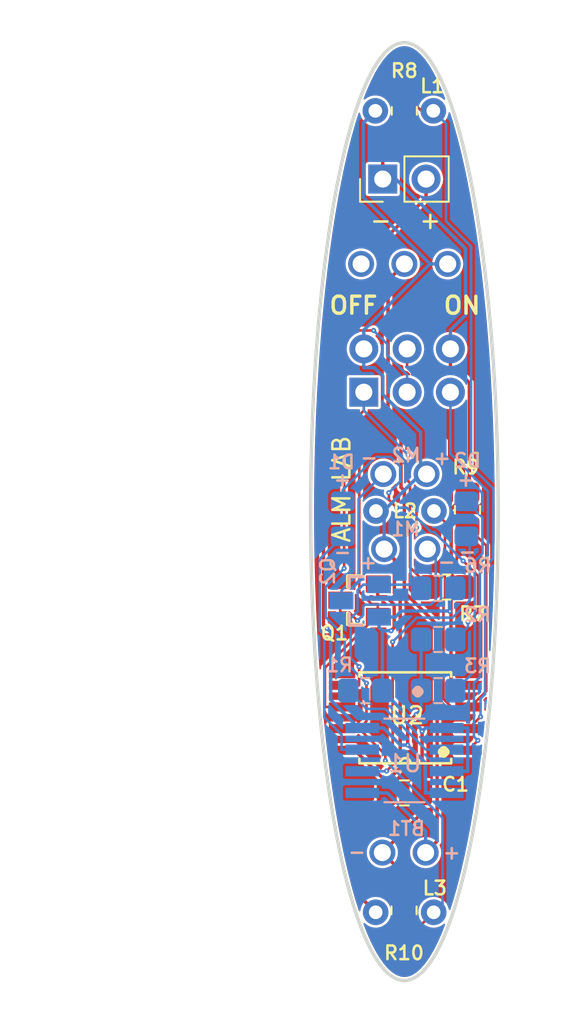
<source format=kicad_pcb>
(kicad_pcb (version 20240108) (generator "pcbnew") (generator_version "8.0")
  (layers (0 "F.Cu" signal) (31 "B.Cu" signal) (34 "B.Paste" user) (35 "F.Paste" user) (36 "B.SilkS" user "B.Silkscreen") (37 "F.SilkS" user "F.Silkscreen") (38 "B.Mask" user) (39 "F.Mask" user) (44 "Edge.Cuts" user))
  (net 0 "")
  (net 1 "Net-(BT1-+)")
  (net 2 "GND")
  (net 3 "/V+")
  (net 4 "Net-(D1-K)")
  (net 5 "Net-(D1-A)")
  (net 6 "Net-(D2-K)")
  (net 7 "/PB0")
  (net 8 "In+")
  (net 9 "/PB1")
  (net 10 "/PB2")
  (net 11 "/Reset")
  (net 12 "/PB3")
  (net 13 "/PB4")
  (net 14 "Net-(M1--)")
  (net 15 "Net-(U1-PROG)")
  (net 17 "Net-(D2-A)")
  (net 18 "Net-(M2--)")
  (footprint "Connector_PinHeader_2.54mm:PinHeader_2x03_P2.54mm_Vertical" (layer "F.Cu") (at 97.6192 108 90)
    (property "Reference" "J2" (hide yes))
    (property "Value" "AVR-ISP-6")
    (pad "1" thru_hole rect (at 0 0 90) (size 1.7 1.7) (drill 1) (layers "*.Cu" "*.Mask") (net 9 "/PB1"))
    (pad "2" thru_hole oval (at 2.54 0 90) (size 1.7 1.7) (drill 1) (layers "*.Cu" "*.Mask") (net 3 "/V+"))
    (pad "3" thru_hole oval (at 0 2.54 90) (size 1.7 1.7) (drill 1) (layers "*.Cu" "*.Mask") (net 10 "/PB2"))
    (pad "4" thru_hole oval (at 2.54 2.54 90) (size 1.7 1.7) (drill 1) (layers "*.Cu" "*.Mask") (net 7 "/PB0"))
    (pad "5" thru_hole oval (at 0 5.08 90) (size 1.7 1.7) (drill 1) (layers "*.Cu" "*.Mask") (net 11 "/Reset"))
    (pad "6" thru_hole oval (at 2.54 5.08 90) (size 1.7 1.7) (drill 1) (layers "*.Cu" "*.Mask") (net 2 "GND"))
  )
  (footprint "OptoDevice:R_LDR_5.1x4.3mm_P3.4mm_Vertical" (layer "F.Cu") (at 98.3331 114.9679)
    (property "Reference" "L2" (at 1.7 0 0) (layer "F.SilkS") (effects (font (size 0.8 0.8) (thickness 0.15) (bold yes))))
    (property "Value" "LDR2" (hide yes))
    (pad "1" thru_hole circle (at 0 0) (size 1.5 1.5) (drill 0.8) (layers "*.Cu" "*.Mask") (net 3 "/V+"))
    (pad "2" thru_hole circle (at 3.4 0) (size 1.5 1.5) (drill 0.8) (layers "*.Cu" "*.Mask") (net 13 "/PB4"))
  )
  (footprint "Resistor_SMD:R_0805_2012Metric_Pad1.20x1.40mm_HandSolder" (layer "F.Cu") (at 99.9951 91.5 -90)
    (property "Reference" "R8" (at -2.35 0 180) (layer "F.SilkS") (effects (font (size 0.8 0.8) (thickness 0.15) (bold yes))))
    (property "Value" "10k")
    (fp_line (start -0.227064 0.735) (end 0.227064 0.735) (stroke (width 0.12)) (layer "F.SilkS"))
    (fp_line (start -0.227064 -0.735) (end 0.227064 -0.735) (stroke (width 0.12)) (layer "F.SilkS"))
    (pad "1" smd roundrect (at -1 0 270) (size 1.2 1.4) (layers "F.Cu" "F.Paste" "F.Mask") (roundrect_rratio 0.2083333333) (net 12 "/PB3"))
    (pad "2" smd roundrect (at 1 0 270) (size 1.2 1.4) (layers "F.Cu" "F.Paste" "F.Mask") (roundrect_rratio 0.2083333333) (net 2 "GND"))
  )
  (footprint "OptoDevice:R_LDR_5.1x4.3mm_P3.4mm_Vertical" (layer "F.Cu") (at 98.3164 138.5)
    (property "Reference" "L3" (at 3.466514 -1.417512 180) (layer "F.SilkS") (effects (font (size 0.8 0.8) (thickness 0.15) (bold yes))))
    (property "Value" "LDR3")
    (pad "1" thru_hole circle (at 0 0) (size 1.5 1.5) (drill 0.8) (layers "*.Cu" "*.Mask") (net 3 "/V+"))
    (pad "2" thru_hole circle (at 3.4 0) (size 1.5 1.5) (drill 0.8) (layers "*.Cu" "*.Mask") (net 10 "/PB2"))
  )
  (footprint "Resistor_SMD:R_0805_2012Metric_Pad1.20x1.40mm_HandSolder" (layer "F.Cu") (at 103.7 114.9 90)
    (property "Reference" "R9" (at 2.5 -0.1 0) (layer "F.SilkS") (effects (font (size 0.8 0.8) (thickness 0.15) (bold yes))))
    (property "Value" "10k")
    (fp_line (start -0.227064 -0.735) (end 0.227064 -0.735) (stroke (width 0.12)) (layer "F.SilkS"))
    (fp_line (start -0.227064 0.735) (end 0.227064 0.735) (stroke (width 0.12)) (layer "F.SilkS"))
    (pad "1" smd roundrect (at -1 0 90) (size 1.2 1.4) (layers "F.Cu" "F.Paste" "F.Mask") (roundrect_rratio 0.2083333333) (net 13 "/PB4"))
    (pad "2" smd roundrect (at 1 0 90) (size 1.2 1.4) (layers "F.Cu" "F.Paste" "F.Mask") (roundrect_rratio 0.2083333333) (net 2 "GND"))
  )
  (footprint "BatteryHolder_THT:BatteryHolder_KP401020" (layer "F.Cu") (at 100.1569 134.9 -90)
    (property "Reference" "BT1" (at -1.301911 0.040798 0) (layer "B.SilkS") (effects (font (size 0.8 0.8) (thickness 0.15) (bold yes)) (justify mirror)))
    (property "Value" "Battery_Cell" (hide yes))
    (pad "1" thru_hole circle (at 0.1 -1.09 270) (size 1.524 1.524) (drill 1) (layers "*.Cu" "*.Mask") (net 1 "Net-(BT1-+)"))
    (pad "2" thru_hole circle (at 0.1 1.45 270) (size 1.524 1.524) (drill 1) (layers "*.Cu" "*.Mask") (net 2 "GND"))
  )
  (footprint "ATTINY13A-SSU:SOIC127P798X216-8N" (layer "F.Cu") (at 100.0514 127.095 180)
    (property "Reference" "U2" (at -0.106379 0.135 180) (layer "F.SilkS"))
    (property "Value" "ATtiny13A-SS")
    (fp_line (start 2.6924 2.667) (end 2.6924 2.413) (stroke (width 0.1524)) (layer "F.SilkS"))
    (fp_line (start 2.6924 -2.413) (end 2.6924 -2.667) (stroke (width 0.1524)) (layer "F.SilkS"))
    (fp_line (start 2.6924 -2.667) (end 0.3048 -2.667) (stroke (width 0.1524)) (layer "F.SilkS"))
    (fp_line (start 0.3048 -2.667) (end -0.3048 -2.667) (stroke (width 0.1524)) (layer "F.SilkS"))
    (fp_line (start -0.3048 -2.667) (end -2.6924 -2.667) (stroke (width 0.1524)) (layer "F.SilkS"))
    (fp_line (start -2.6924 2.667) (end 2.6924 2.667) (stroke (width 0.1524)) (layer "F.SilkS"))
    (fp_line (start -2.6924 2.413) (end -2.6924 2.667) (stroke (width 0.1524)) (layer "F.SilkS"))
    (fp_line (start -2.6924 -2.667) (end -2.6924 -2.413) (stroke (width 0.1524)) (layer "F.SilkS"))
    (fp_arc (start 0.3048 -2.667) (mid 0 -2.3622) (end -0.3048 -2.667) (stroke (width 0.1524)) (layer "F.SilkS"))
    (fp_arc (start 0.3048 -2.667) (mid 0 -2.3622) (end -0.3048 -2.667) (stroke (width 0.1524)) (layer "F.SilkS"))
    (pad "1" smd rect (at -3.7084 -1.905 180) (size 1.5494 0.5334) (layers "F.Cu" "F.Paste" "F.Mask") (net 11 "/Reset"))
    (pad "2" smd rect (at -3.7084 -0.635 180) (size 1.5494 0.5334) (layers "F.Cu" "F.Paste" "F.Mask") (net 12 "/PB3"))
    (pad "3" smd rect (at -3.7084 0.635 180) (size 1.5494 0.5334) (layers "F.Cu" "F.Paste" "F.Mask") (net 13 "/PB4"))
    (pad "4" smd rect (at -3.7084 1.905 180) (size 1.5494 0.5334) (layers "F.Cu" "F.Paste" "F.Mask") (net 2 "GND"))
    (pad "5" smd rect (at 3.7084 1.905 180) (size 1.5494 0.5334) (layers "F.Cu" "F.Paste" "F.Mask") (net 7 "/PB0"))
    (pad "6" smd rect (at 3.7084 0.635 180) (size 1.5494 0.5334) (layers "F.Cu" "F.Paste" "F.Mask") (net 9 "/PB1"))
    (pad "7" smd rect (at 3.7084 -0.635 180) (size 1.5494 0.5334) (layers "F.Cu" "F.Paste" "F.Mask") (net 10 "/PB2"))
    (pad "8" smd rect (at 3.7084 -1.905 180) (size 1.5494 0.5334) (layers "F.Cu" "F.Paste" "F.Mask") (net 3 "/V+"))
  )
  (footprint "Capacitor_SMD:C_0805_2012Metric_Pad1.18x1.45mm_HandSolder" (layer "F.Cu") (at 100 131.5)
    (property "Reference" "C1" (at 3 -0.5 0) (layer "F.SilkS") (effects (font (size 0.8 0.8) (thickness 0.15) (bold yes))))
    (property "Value" "10uf")
    (fp_line (start -0.261252 -0.735) (end 0.261252 -0.735) (stroke (width 0.12)) (layer "F.SilkS"))
    (fp_line (start -0.261252 0.735) (end 0.261252 0.735) (stroke (width 0.12)) (layer "F.SilkS"))
    (pad "1" smd roundrect (at -1.0375 0) (size 1.175 1.45) (layers "F.Cu" "F.Paste" "F.Mask") (roundrect_rratio 0.2127659574) (net 3 "/V+"))
    (pad "2" smd roundrect (at 1.0375 0) (size 1.175 1.45) (layers "F.Cu" "F.Paste" "F.Mask") (roundrect_rratio 0.2127659574) (net 2 "GND"))
  )
  (footprint "Resistor_SMD:R_0805_2012Metric_Pad1.20x1.40mm_HandSolder" (layer "F.Cu") (at 102.4769 119.4248 180)
    (property "Reference" "R7" (at -1.5231 -1.5752 180) (layer "F.SilkS") (effects (font (size 0.8 0.8))))
    (property "Value" "10k")
    (fp_line (start 0.227064 0.735) (end -0.227064 0.735) (stroke (width 0.12)) (layer "F.SilkS"))
    (fp_line (start 0.227064 -0.735) (end -0.227064 -0.735) (stroke (width 0.12)) (layer "F.SilkS"))
    (pad "1" smd roundrect (at -1 0 180) (size 1.2 1.4) (layers "F.Cu" "F.Paste" "F.Mask") (roundrect_rratio 0.2083333333) (net 2 "GND"))
    (pad "2" smd roundrect (at 1 0 180) (size 1.2 1.4) (layers "F.Cu" "F.Paste" "F.Mask") (roundrect_rratio 0.2083333333) (net 9 "/PB1"))
  )
  (footprint "FDN337N:SSOT-3" (layer "F.Cu") (at 97.335 120.1964 90)
    (property "Reference" "Q1" (hide yes))
    (property "Value" "FDN337N")
    (fp_line (start 1.4224 -0.6604) (end 1.4224 0.1524) (stroke (width 0.2032)) (layer "F.SilkS"))
    (fp_line (start 0.7636 -0.6604) (end 1.4224 -0.6604) (stroke (width 0.2032)) (layer "F.SilkS"))
    (fp_line (start -1.4224 -0.6604) (end -0.7636 -0.6604) (stroke (width 0.2032)) (layer "F.SilkS"))
    (fp_line (start -1.4224 0.1524) (end -1.4224 -0.6604) (stroke (width 0.2032)) (layer "F.SilkS"))
    (pad "1" smd rect (at -0.95 1.1 90) (size 1 1.4) (layers "F.Cu" "F.Paste" "F.Mask") (net 9 "/PB1"))
    (pad "2" smd rect (at 0.95 1.1 90) (size 1 1.4) (layers "F.Cu" "F.Paste" "F.Mask") (net 2 "GND"))
    (pad "3" smd rect (at 0 -1.1 90) (size 1 1.4) (layers "F.Cu" "F.Paste" "F.Mask") (net 14 "Net-(M1--)"))
  )
  (footprint "OptoDevice:R_LDR_5.1x4.3mm_P3.4mm_Vertical" (layer "F.Cu") (at 98.2951 91.5)
    (property "Reference" "L1" (at 3.339908 -1.455432 0) (layer "F.SilkS") (effects (font (size 0.8 0.8) (thickness 0.15) (bold yes))))
    (property "Value" "LDR1")
    (pad "1" thru_hole circle (at 0 0) (size 1.5 1.5) (drill 0.8) (layers "*.Cu" "*.Mask") (net 3 "/V+"))
    (pad "2" thru_hole circle (at 3.4 0) (size 1.5 1.5) (drill 0.8) (layers "*.Cu" "*.Mask") (net 12 "/PB3"))
  )
  (footprint "Connector_PinHeader_2.54mm:PinHeader_1x02_P2.54mm_Vertical" (layer "F.Cu") (at 98.73 95.5 90)
    (property "Reference" "J3" (hide yes))
    (property "Value" "Conn_01x02_Pin" (hide yes))
    (fp_line (start -1.33 -1.33) (end 0 -1.33) (stroke (width 0.12)) (layer "F.SilkS"))
    (fp_line (start -1.33 0) (end -1.33 -1.33) (stroke (width 0.12)) (layer "F.SilkS"))
    (fp_line (start 1.33 1.27) (end 1.33 3.87) (stroke (width 0.12)) (layer "F.SilkS"))
    (fp_line (start -1.33 1.27) (end 1.33 1.27) (stroke (width 0.12)) (layer "F.SilkS"))
    (fp_line (start -1.33 1.27) (end -1.33 3.87) (stroke (width 0.12)) (layer "F.SilkS"))
    (fp_line (start -1.33 3.87) (end 1.33 3.87) (stroke (width 0.12)) (layer "F.SilkS"))
    (pad "1" thru_hole rect (at 0 0 90) (size 1.7 1.7) (drill 1) (layers "*.Cu" "*.Mask") (net 2 "GND"))
    (pad "2" thru_hole oval (at 0 2.54 90) (size 1.7 1.7) (drill 1) (layers "*.Cu" "*.Mask") (net 8 "In+"))
  )
  (footprint "Resistor_SMD:R_0805_2012Metric_Pad1.20x1.40mm_HandSolder" (layer "F.Cu") (at 99.9769 138.3848 90)
    (property "Reference" "R10" (at -2.5 0 0) (layer "F.SilkS") (effects (font (size 0.8 0.8) (thickness 0.15) (bold yes))))
    (property "Value" "10k")
    (fp_line (start -0.227064 -0.735) (end 0.227064 -0.735) (stroke (width 0.12)) (layer "F.SilkS"))
    (fp_line (start -0.227064 0.735) (end 0.227064 0.735) (stroke (width 0.12)) (layer "F.SilkS"))
    (pad "1" smd roundrect (at -1 0 90) (size 1.2 1.4) (layers "F.Cu" "F.Paste" "F.Mask") (roundrect_rratio 0.2083333333) (net 10 "/PB2"))
    (pad "2" smd roundrect (at 1 0 90) (size 1.2 1.4) (layers "F.Cu" "F.Paste" "F.Mask") (roundrect_rratio 0.2083333333) (net 2 "GND"))
  )
  (footprint "SwitchFootPrint_THT:Switch" (layer "F.Cu") (at 100 100.4776)
    (property "Reference" "SW2" (hide yes))
    (property "Value" "SW_DPDT_x2")
    (pad "1" thru_hole circle (at -2.54 0) (size 1.524 1.524) (drill 1) (layers "*.Cu" "*.Mask"))
    (pad "2" thru_hole circle (at 0 0) (size 1.524 1.524) (drill 1) (layers "*.Cu" "*.Mask") (net 1 "Net-(BT1-+)"))
    (pad "3" thru_hole circle (at 2.54 0) (size 1.524 1.524) (drill 1) (layers "*.Cu" "*.Mask") (net 3 "/V+"))
  )
  (footprint "Resistor_SMD:R_0805_2012Metric_Pad1.20x1.40mm_HandSolder" (layer "B.Cu") (at 101.9769 122.5 180)
    (property "Reference" "R2" (at -2.309559 1.451834 0) (layer "B.SilkS") (effects (font (size 0.8 0.8) (thickness 0.15) (bold yes)) (justify mirror)))
    (property "Value" "680")
    (fp_line (start -0.227064 0.735) (end 0.227064 0.735) (stroke (width 0.12)) (layer "B.SilkS"))
    (fp_line (start -0.227064 -0.735) (end 0.227064 -0.735) (stroke (width 0.12)) (layer "B.SilkS"))
    (pad "1" smd roundrect (at -1 0 180) (size 1.2 1.4) (layers "B.Cu" "B.Paste" "B.Mask") (roundrect_rratio 0.2083333333) (net 5 "Net-(D1-A)"))
    (pad "2" smd roundrect (at 1 0 180) (size 1.2 1.4) (layers "B.Cu" "B.Paste" "B.Mask") (roundrect_rratio 0.2083333333) (net 8 "In+"))
  )
  (footprint "LED_SMD:LED_0805_2012Metric_Pad1.15x1.40mm_HandSolder" (layer "B.Cu") (at 96.3769 115.4248 90)
    (property "Reference" "D1" (at 3.324838 -0.076867 180) (layer "B.SilkS") (effects (font (size 0.8 0.8) (thickness 0.15) (bold yes)) (justify mirror)))
    (property "Value" "Red LED")
    (pad "1" smd roundrect (at -1.025 0 90) (size 1.15 1.4) (layers "B.Cu" "B.Paste" "B.Mask") (roundrect_rratio 0.2173913043) (net 4 "Net-(D1-K)"))
    (pad "2" smd roundrect (at 1.025 0 90) (size 1.15 1.4) (layers "B.Cu" "B.Paste" "B.Mask") (roundrect_rratio 0.2173913043) (net 5 "Net-(D1-A)"))
  )
  (footprint "Resistor_SMD:R_0805_2012Metric_Pad1.20x1.40mm_HandSolder" (layer "B.Cu") (at 97.7082 125.5)
    (property "Reference" "R1" (at -1.518476 -1.49786 0) (layer "B.SilkS") (effects (font (size 0.8 0.8) (thickness 0.15) (bold yes)) (justify mirror)))
    (property "Value" "10k")
    (fp_line (start 0.227064 -0.735) (end -0.227064 -0.735) (stroke (width 0.12)) (layer "B.SilkS"))
    (fp_line (start 0.227064 0.735) (end -0.227064 0.735) (stroke (width 0.12)) (layer "B.SilkS"))
    (pad "1" smd roundrect (at -1 0) (size 1.2 1.4) (layers "B.Cu" "B.Paste" "B.Mask") (roundrect_rratio 0.2083333333) (net 15 "Net-(U1-PROG)"))
    (pad "2" smd roundrect (at 1 0) (size 1.2 1.4) (layers "B.Cu" "B.Paste" "B.Mask") (roundrect_rratio 0.2083333333) (net 2 "GND"))
  )
  (footprint "Resistor_SMD:R_0805_2012Metric_Pad1.20x1.40mm_HandSolder" (layer "B.Cu") (at 101.9769 119.5 180)
    (property "Reference" "R6" (at -2.345149 1.334627 180) (layer "B.SilkS") (effects (font (size 0.8 0.8)) (justify mirror)))
    (property "Value" "10k")
    (fp_line (start 0.227064 0.735) (end -0.227064 0.735) (stroke (width 0.12)) (layer "B.SilkS"))
    (fp_line (start 0.227064 -0.735) (end -0.227064 -0.735) (stroke (width 0.12)) (layer "B.SilkS"))
    (pad "1" smd roundrect (at -1 0 180) (size 1.2 1.4) (layers "B.Cu" "B.Paste" "B.Mask") (roundrect_rratio 0.2083333333) (net 2 "GND"))
    (pad "2" smd roundrect (at 1 0 180) (size 1.2 1.4) (layers "B.Cu" "B.Paste" "B.Mask") (roundrect_rratio 0.2083333333) (net 7 "/PB0"))
  )
  (footprint "VibrationMotor_THT:VibrationMotor" (layer "B.Cu") (at 100.1 117.2)
    (property "Reference" "M1" (hide yes))
    (property "Value" "Motor")
    (pad "1" thru_hole circle (at -1.29 0 270) (size 1.524 1.524) (drill 1) (layers "*.Cu" "*.Mask") (net 3 "/V+"))
    (pad "2" thru_hole circle (at 1.25 0 270) (size 1.524 1.524) (drill 1) (layers "*.Cu" "*.Mask") (net 14 "Net-(M1--)"))
  )
  (footprint "TP4056-42-ESOP8:SOIC127P600X175-9N" (layer "B.Cu") (at 100.0019 129.595 180)
    (property "Reference" "U1" (at -0.005 -0.175 180) (layer "B.SilkS") (effects (justify mirror)))
    (property "Value" "TP4056-42-ESOP8")
    (fp_line (start 1.175 -2.45) (end -1.175 -2.45) (stroke (width 0.127)) (layer "B.SilkS"))
    (fp_line (start -1.175 2.45) (end 1.175 2.45) (stroke (width 0.127)) (layer "B.SilkS"))
    (pad "1" smd rect (at -2.475 1.905 180) (size 1.97 0.6) (layers "B.Cu" "B.Paste" "B.Mask") (net 2 "GND"))
    (pad "2" smd rect (at -2.475 0.635 180) (size 1.97 0.6) (layers "B.Cu" "B.Paste" "B.Mask") (net 15 "Net-(U1-PROG)"))
    (pad "3" smd rect (at -2.475 -0.635 180) (size 1.97 0.6) (layers "B.Cu" "B.Paste" "B.Mask") (net 2 "GND"))
    (pad "4" smd rect (at -2.475 -1.905 180) (size 1.97 0.6) (layers "B.Cu" "B.Paste" "B.Mask") (net 8 "In+"))
    (pad "5" smd rect (at 2.475 -1.905 180) (size 1.97 0.6) (layers "B.Cu" "B.Paste" "B.Mask") (net 1 "Net-(BT1-+)"))
    (pad "6" smd rect (at 2.475 -0.635 180) (size 1.97 0.6) (layers "B.Cu" "B.Paste" "B.Mask") (net 6 "Net-(D2-K)"))
    (pad "7" smd rect (at 2.475 0.635 180) (size 1.97 0.6) (layers "B.Cu" "B.Paste" "B.Mask") (net 4 "Net-(D1-K)"))
    (pad "8" smd rect (at 2.475 1.905 180) (size 1.97 0.6) (layers "B.Cu" "B.Paste" "B.Mask") (net 8 "In+"))
  )
  (footprint "FDN337N:SSOT-3" (layer "B.Cu") (at 97.4121 120.2365 -90)
    (property "Reference" "Q2" (at -1.7365 1.9121 90) (layer "B.SilkS") (effects (font (size 0.8 0.8)) (justify mirror)))
    (property "Value" "FDN337N")
    (fp_line (start -1.4224 0.6604) (end -1.4224 -0.1524) (stroke (width 0.2032)) (layer "B.SilkS"))
    (fp_line (start -0.7636 0.6604) (end -1.4224 0.6604) (stroke (width 0.2032)) (layer "B.SilkS"))
    (fp_line (start 1.4224 0.6604) (end 0.7636 0.6604) (stroke (width 0.2032)) (layer "B.SilkS"))
    (fp_line (start 1.4224 -0.1524) (end 1.4224 0.6604) (stroke (width 0.2032)) (layer "B.SilkS"))
    (pad "1" smd rect (at -0.95 -1.1 270) (size 1 1.4) (layers "B.Cu" "B.Paste" "B.Mask") (net 7 "/PB0"))
    (pad "2" smd rect (at 0.95 -1.1 270) (size 1 1.4) (layers "B.Cu" "B.Paste" "B.Mask") (net 2 "GND"))
    (pad "3" smd rect (at 0 1.1 270) (size 1 1.4) (layers "B.Cu" "B.Paste" "B.Mask") (net 18 "Net-(M2--)"))
  )
  (footprint "VibrationMotor_THT:VibrationMotor" (layer "B.Cu") (at 92.76 117.8 180)
    (property "Reference" "M2" (at -7.34 6.1 0) (layer "B.SilkS") (effects (font (size 0.8 0.8) (thickness 0.15) (bold yes)) (justify mirror)))
    (property "Value" "Motor")
    (pad "1" thru_hole circle (at -8.54 5 90) (size 1.524 1.524) (drill 1) (layers "*.Cu" "*.Mask") (net 3 "/V+"))
    (pad "2" thru_hole circle (at -6 5 90) (size 1.524 1.524) (drill 1) (layers "*.Cu" "*.Mask") (net 18 "Net-(M2--)"))
  )
  (footprint "LED_SMD:LED_0805_2012Metric_Pad1.15x1.40mm_HandSolder" (layer "B.Cu") (at 103.6357 115.4266 90)
    (property "Reference" "D2" (at 3.426638 0.064333 180) (layer "B.SilkS") (effects (font (size 0.8 0.8) (thickness 0.15) (bold yes)) (justify mirror)))
    (property "Value" "Green LED")
    (pad "1" smd roundrect (at -1.025 0 90) (size 1.15 1.4) (layers "B.Cu" "B.Paste" "B.Mask") (roundrect_rratio 0.2173913043) (net 6 "Net-(D2-K)"))
    (pad "2" smd roundrect (at 1.025 0 90) (size 1.15 1.4) (layers "B.Cu" "B.Paste" "B.Mask") (roundrect_rratio 0.2173913043) (net 17 "Net-(D2-A)"))
  )
  (footprint "Resistor_SMD:R_0805_2012Metric_Pad1.20x1.40mm_HandSolder" (layer "B.Cu") (at 101.9769 125.5 180)
    (property "Reference" "R3" (at -2.309559 1.444475 180) (layer "B.SilkS") (effects (font (size 0.8 0.8) (thickness 0.15) (bold yes)) (justify mirror)))
    (property "Value" "680")
    (fp_line (start -0.227064 0.735) (end 0.227064 0.735) (stroke (width 0.12)) (layer "B.SilkS"))
    (fp_line (start -0.227064 -0.735) (end 0.227064 -0.735) (stroke (width 0.12)) (layer "B.SilkS"))
    (pad "1" smd roundrect (at -1 0 180) (size 1.2 1.4) (layers "B.Cu" "B.Paste" "B.Mask") (roundrect_rratio 0.2083333333) (net 17 "Net-(D2-A)"))
    (pad "2" smd roundrect (at 1 0 180) (size 1.2 1.4) (layers "B.Cu" "B.Paste" "B.Mask") (roundrect_rratio 0.2083333333) (net 8 "In+"))
  )
  (gr_curve (pts (xy 100 87.5) (xy 96.962434 87.5) (xy 94.5 99.812169) (xy 94.5 115)) (stroke (width 0.2)) (layer "Edge.Cuts"))
  (gr_curve (pts (xy 100 142.5) (xy 103.037566 142.5) (xy 105.5 130.187831) (xy 105.5 115)) (stroke (width 0.2)) (layer "Edge.Cuts"))
  (gr_curve (pts (xy 94.5 115) (xy 94.5 130.187831) (xy 96.962434 142.5) (xy 100 142.5)) (stroke (width 0.2)) (layer "Edge.Cuts"))
  (gr_curve (pts (xy 105.5 115) (xy 105.5 99.812169) (xy 103.037566 87.5) (xy 100 87.5)) (stroke (width 0.2)) (layer "Edge.Cuts"))
  (gr_text "-" (at 97.332486 112.295469 0) (layer "B.SilkS") (effects (font (size 0.8 0.8)) (justify left bottom)))
  (gr_text "+" (at 95.777185 113.592444 0) (layer "B.SilkS") (effects (font (size 0.8 0.8)) (justify left bottom)))
  (gr_text "M1" (at 101 116.5 0) (layer "B.SilkS") (effects (font (size 0.8 0.8)) (justify left bottom mirror)))
  (gr_text "+" (at 102.184595 135.452546 0) (layer "B.SilkS") (effects (font (size 0.8 0.8)) (justify left bottom)))
  (gr_text "+" (at 103.011977 113.592444 0) (layer "B.SilkS") (effects (font (size 0.8 0.8)) (justify left bottom)))
  (gr_text "+" (at 97.285032 118.440683 0) (layer "B.SilkS") (effects (font (size 0.8 0.8)) (justify left bottom)))
  (gr_text "+" (at 101.615154 112.319195 0) (layer "B.SilkS") (effects (font (size 0.8 0.8)) (justify left bottom)))
  (gr_text "-" (at 103.103895 117.814641 0) (layer "B.SilkS") (effects (font (size 0.8 0.8)) (justify left bottom)))
  (gr_text "-" (at 101.888011 118.405093 0) (layer "B.SilkS") (effects (font (size 0.8 0.8)) (justify left bottom)))
  (gr_text "." (at 99.976867 125.924838 0) (layer "B.SilkS") (effects (font (size 2 2) (thickness 0.5) (bold yes)) (justify left bottom)))
  (gr_text "-" (at 96.625292 135.418473 0) (layer "B.SilkS") (effects (font (size 0.8 0.8)) (justify left bottom)))
  (gr_text "-" (at 95.780099 117.840071 0) (layer "B.SilkS") (effects (font (size 0.8 0.8)) (justify left bottom)))
  (gr_text "-" (at 97.9 98.5 0) (layer "F.SilkS") (effects (font (size 1 1)) (justify left bottom)))
  (gr_text "ALM LAB" (at 96.9 116.9 90) (layer "F.SilkS") (effects (font (size 1 1)) (justify left bottom)))
  (gr_text "OFF" (at 95.5 103.5 0) (layer "F.SilkS") (effects (font (size 1 1) (thickness 0.2)) (justify left bottom)))
  (gr_text "Q1" (at 95 122.6 0) (layer "F.SilkS") (effects (font (size 0.8 0.8) (thickness 0.15) (bold yes)) (justify left bottom)))
  (gr_text "ON" (at 102.2 103.5 0) (layer "F.SilkS") (effects (font (size 1 1) (thickness 0.2)) (justify left bottom)))
  (gr_text "." (at 101.5 129.46 0) (layer "F.SilkS") (effects (font (size 2 2) (thickness 0.5) (bold yes)) (justify left bottom)))
  (gr_text "+" (at 100.8 98.5 0) (layer "F.SilkS") (effects (font (size 1 1)) (justify left bottom)))
  (segment (start 99.0406 101.439) (end 99.0406 109.1671) (width 0.2) (layer "F.Cu") (net 1))
  (segment (start 101.9192 134.3277) (end 101.2469 135) (width 0.2) (layer "F.Cu") (net 1))
  (segment (start 99.8001 109.9266) (end 99.8001 113.5782) (width 0.2) (layer "F.Cu") (net 1))
  (segment (start 99.9943 113.7724) (end 99.9943 119.7203) (width 0.2) (layer "F.Cu") (net 1))
  (segment (start 99.9943 119.7203) (end 101.9192 121.6452) (width 0.2) (layer "F.Cu") (net 1))
  (segment (start 101.9192 121.6452) (end 101.9192 134.3277) (width 0.2) (layer "F.Cu") (net 1))
  (segment (start 99.0406 109.1671) (end 99.8001 109.9266) (width 0.2) (layer "F.Cu") (net 1))
  (segment (start 100 100.4776) (end 100 100.4796) (width 0.2) (layer "F.Cu") (net 1))
  (segment (start 99.8001 113.5782) (end 99.9943 113.7724) (width 0.2) (layer "F.Cu") (net 1))
  (segment (start 100 100.4796) (end 99.0406 101.439) (width 0.2) (layer "F.Cu") (net 1))
  (segment (start 101.2469 133.7469) (end 101.2469 135) (width 0.2) (layer "B.Cu") (net 1))
  (segment (start 97.5269 131.5) (end 99 131.5) (width 0.2) (layer "B.Cu") (net 1))
  (segment (start 99 131.5) (end 101.2469 133.7469) (width 0.2) (layer "B.Cu") (net 1))
  (segment (start 99.9769 136.27) (end 99.9769 137.3848) (width 0.2) (layer "F.Cu") (net 2))
  (segment (start 102.7438 114.8562) (end 103.7 113.9) (width 0.2) (layer "F.Cu") (net 2))
  (segment (start 101.0375 131.5) (end 101.0375 132.6694) (width 0.2) (layer "F.Cu") (net 2))
  (segment (start 102.7334 125.19) (end 102.7334 120.8439) (width 0.2) (layer "F.Cu") (net 2))
  (segment (start 103.8097 113.7903) (end 103.7 113.9) (width 0.2) (layer "F.Cu") (net 2))
  (segment (start 102.6992 105.46) (end 102.6992 106.5617) (width 0.2) (layer "F.Cu") (net 2))
  (segment (start 99.4007 121.8088) (end 99.2191 121.9904) (width 0.2) (layer "F.Cu") (net 2))
  (segment (start 102.7438 118.6917) (end 102.7438 114.8562) (width 0.2) (layer "F.Cu") (net 2))
  (segment (start 102.7334 120.8439) (end 102.6692 120.8439) (width 0.2) (layer "F.Cu") (net 2))
  (segment (start 98.7069 135) (end 99.9769 136.27) (width 0.2) (layer "F.Cu") (net 2))
  (segment (start 102.7334 120.1683) (end 103.4769 119.4248) (width 0.2) (layer "F.Cu") (net 2))
  (segment (start 99.4007 120.4548) (end 99.4007 121.8088) (width 0.2) (layer "F.Cu") (net 2))
  (segment (start 103.8097 107.4439) (end 103.8097 113.7903) (width 0.2) (layer "F.Cu") (net 2))
  (segment (start 103.4769 119.4248) (end 102.7438 118.6917) (width 0.2) (layer "F.Cu") (net 2))
  (segment (start 103.7598 125.19) (end 102.7334 125.19) (width 0.2) (layer "F.Cu") (net 2))
  (segment (start 102.9275 106.5617) (end 103.8097 107.4439) (width 0.2) (layer "F.Cu") (net 2))
  (segment (start 102.6992 106.5617) (end 102.9275 106.5617) (width 0.2) (layer "F.Cu") (net 2))
  (segment (start 98.435 119.2464) (end 98.435 119.9981) (width 0.2) (layer "F.Cu") (net 2))
  (segment (start 98.73 95.5) (end 98.73 94.3983) (width 0.2) (layer "F.Cu") (net 2))
  (segment (start 98.73 94.3983) (end 99.9951 93.1332) (width 0.2) (layer "F.Cu") (net 2))
  (segment (start 98.944 119.9981) (end 99.4007 120.4548) (width 0.2) (layer "F.Cu") (net 2))
  (segment (start 99.9951 93.1332) (end 99.9951 92.5) (width 0.2) (layer "F.Cu") (net 2))
  (segment (start 98.435 119.9981) (end 98.944 119.9981) (width 0.2) (layer "F.Cu") (net 2))
  (segment (start 101.0375 132.6694) (end 98.7069 135) (width 0.2) (layer "F.Cu") (net 2))
  (segment (start 101.0375 127.8942) (end 101.0375 131.5) (width 0.2) (layer "F.Cu") (net 2))
  (segment (start 102.7334 120.8439) (end 102.7334 120.1683) (width 0.2) (layer "F.Cu") (net 2))
  (via (at 99.2191 121.9904) (size 0.3) (drill 0.1) (layers "F.Cu" "B.Cu") (net 2))
  (via (at 101.0375 127.8942) (size 0.3) (drill 0.1) (layers "F.Cu" "B.Cu") (net 2))
  (via (at 102.6692 120.8439) (size 0.3) (drill 0.1) (layers "F.Cu" "B.Cu") (net 2))
  (segment (start 103.5858 103.4717) (end 102.6992 104.3583) (width 0.2) (layer "B.Cu") (net 2))
  (segment (start 101.2417 127.69) (end 101.07 127.8617) (width 0.2) (layer "B.Cu") (net 2))
  (segment (start 98.73 95.5) (end 99.50225 95.5) (width 0.2) (layer "B.Cu") (net 2))
  (segment (start 99.50225 95.5) (end 103.5858 99.58355) (width 0.2) (layer "B.Cu") (net 2))
  (segment (start 99.4638 121.1865) (end 99.8171 120.8332) (width 0.2) (layer "B.Cu") (net 2))
  (segment (start 103.7136 127.69) (end 103.7136 130.23) (width 0.2) (layer "B.Cu") (net 2))
  (segment (start 98.5121 121.7779) (end 98.5121 121.7943) (width 0.2) (layer "B.Cu") (net 2))
  (segment (start 99.8171 120.8332) (end 102.6465 120.8332) (width 0.2) (layer "B.Cu") (net 2))
  (segment (start 98.5121 121.7943) (end 98.7082 121.9904) (width 0.2) (layer "B.Cu") (net 2))
  (segment (start 102.6465 120.8332) (end 102.6572 120.8439) (width 0.2) (layer "B.Cu") (net 2))
  (segment (start 102.9769 119.5) (end 102.6465 119.8304) (width 0.2) (layer "B.Cu") (net 2))
  (segment (start 98.5121 121.1865) (end 98.5121 121.7779) (width 0.2) (layer "B.Cu") (net 2))
  (segment (start 98.7082 121.9904) (end 98.7082 125.5) (width 0.2) (layer "B.Cu") (net 2))
  (segment (start 102.4769 127.69) (end 103.7136 127.69) (width 0.2) (layer "B.Cu") (net 2))
  (segment (start 102.6572 120.8439) (end 102.6692 120.8439) (width 0.2) (layer "B.Cu") (net 2))
  (segment (start 102.4769 130.23) (end 103.7136 130.23) (width 0.2) (layer "B.Cu") (net 2))
  (segment (start 101.07 127.8617) (end 101.0375 127.8942) (width 0.2) (layer "B.Cu") (net 2))
  (segment (start 98.5121 121.1865) (end 99.4638 121.1865) (width 0.2) (layer "B.Cu") (net 2))
  (segment (start 102.6992 104.3583) (end 102.6992 105.46) (width 0.2) (layer "B.Cu") (net 2))
  (segment (start 98.7082 121.9904) (end 99.2191 121.9904) (width 0.2) (layer "B.Cu") (net 2))
  (segment (start 102.6465 119.8304) (end 102.6465 120.8332) (width 0.2) (layer "B.Cu") (net 2))
  (segment (start 102.4769 127.69) (end 101.3286 127.69) (width 0.2) (layer "B.Cu") (net 2))
  (segment (start 98.7082 125.5) (end 101.07 127.8617) (width 0.2) (layer "B.Cu") (net 2))
  (segment (start 101.3286 127.69) (end 101.2417 127.69) (width 0.2) (layer "B.Cu") (net 2))
  (segment (start 103.5858 99.58355) (end 103.5858 103.4717) (width 0.2) (layer "B.Cu") (net 2))
  (segment (start 99.411 119.7722) (end 99.7524 120.1136) (width 0.2) (layer "F.Cu") (net 3))
  (segment (start 99.411 117.801) (end 99.411 119.7722) (width 0.2) (layer "F.Cu") (net 3))
  (segment (start 97.0979 129) (end 96.343 129) (width 0.2) (layer "F.Cu") (net 3))
  (segment (start 98.9417 130.8438) (end 97.0979 129) (width 0.2) (layer "F.Cu") (net 3))
  (segment (start 97.6386 137.8222) (end 98.3164 138.5) (width 0.2) (layer "F.Cu") (net 3))
  (segment (start 99.7524 120.1136) (end 99.7524 130.0331) (width 0.2) (layer "F.Cu") (net 3))
  (segment (start 98.81 117.2) (end 99.411 117.801) (width 0.2) (layer "F.Cu") (net 3))
  (segment (start 97.6386 132.8239) (end 97.6386 137.8222) (width 0.2) (layer "F.Cu") (net 3))
  (segment (start 98.9417 131.4792) (end 98.9625 131.5) (width 0.2) (layer "F.Cu") (net 3))
  (segment (start 99.7524 130.0331) (end 98.9417 130.8438) (width 0.2) (layer "F.Cu") (net 3))
  (segment (start 98.9625 131.5) (end 97.6386 132.8239) (width 0.2) (layer "F.Cu") (net 3))
  (segment (start 98.9417 130.8438) (end 98.9417 131.4792) (width 0.2) (layer "F.Cu") (net 3))
  (segment (start 97.5886 96.5663) (end 101.4999 100.4776) (width 0.2) (layer "B.Cu") (net 3))
  (segment (start 100.9495 112.8) (end 100.9495 110.3484) (width 0.2) (layer "B.Cu") (net 3))
  (segment (start 98.81 117.2) (end 98.81 114.9963) (width 0.2) (layer "B.Cu") (net 3))
  (segment (start 101.4999 100.4776) (end 97.6192 104.3583) (width 0.2) (layer "B.Cu") (net 3))
  (segment (start 97.6192 106.5617) (end 97.6192 105.46) (width 0.2) (layer "B.Cu") (net 3))
  (segment (start 98.2371 106.5617) (end 97.6192 106.5617) (width 0.2) (layer "B.Cu") (net 3))
  (segment (start 97.5886 92.2065) (end 97.5886 96.5663) (width 0.2) (layer "B.Cu") (net 3))
  (segment (start 98.81 114.9963) (end 98.7816 114.9679) (width 0.2) (layer "B.Cu") (net 3))
  (segment (start 98.7325 108.1314) (end 98.7325 107.0571) (width 0.2) (layer "B.Cu") (net 3))
  (segment (start 98.2951 91.5) (end 97.5886 92.2065) (width 0.2) (layer "B.Cu") (net 3))
  (segment (start 97.6192 105.46) (end 97.6192 104.3583) (width 0.2) (layer "B.Cu") (net 3))
  (segment (start 102.54 100.4776) (end 101.4999 100.4776) (width 0.2) (layer "B.Cu") (net 3))
  (segment (start 98.7816 114.9679) (end 98.3331 114.9679) (width 0.2) (layer "B.Cu") (net 3))
  (segment (start 100.9495 110.3484) (end 98.7325 108.1314) (width 0.2) (layer "B.Cu") (net 3))
  (segment (start 101.3 112.8) (end 100.9495 112.8) (width 0.2) (layer "B.Cu") (net 3))
  (segment (start 100.9495 112.8) (end 98.7816 114.9679) (width 0.2) (layer "B.Cu") (net 3))
  (segment (start 98.7325 107.0571) (end 98.2371 106.5617) (width 0.2) (layer "B.Cu") (net 3))
  (segment (start 97.5269 128.96) (end 96.3152 128.96) (width 0.15) (layer "B.Cu") (net 4))
  (segment (start 96.3152 128.0839) (end 96.3152 128.96) (width 0.15) (layer "B.Cu") (net 4))
  (segment (start 95.3024 127.0711) (end 96.3152 128.0839) (width 0.15) (layer "B.Cu") (net 4))
  (segment (start 96.3769 116.4498) (end 95.0394 117.7873) (width 0.15) (layer "B.Cu") (net 4))
  (segment (start 95.3024 122.2281) (end 95.3024 127.0711) (width 0.15) (layer "B.Cu") (net 4))
  (segment (start 95.0394 117.7873) (end 95.0394 121.9651) (width 0.15) (layer "B.Cu") (net 4))
  (segment (start 95.0394 121.9651) (end 95.3024 122.2281) (width 0.15) (layer "B.Cu") (net 4))
  (segment (start 103.7317 121.4744) (end 104.3095 120.8966) (width 0.15) (layer "F.Cu") (net 5))
  (segment (start 104.3095 120.8966) (end 104.3095 118.7586) (width 0.15) (layer "F.Cu") (net 5))
  (segment (start 104.3095 118.7586) (end 103.4442 117.8933) (width 0.15) (layer "F.Cu") (net 5))
  (segment (start 99.0882 113.9001) (end 99.0882 114.3096) (width 0.15) (layer "F.Cu") (net 5))
  (segment (start 99.0882 114.3096) (end 99.5534 114.7748) (width 0.15) (layer "F.Cu") (net 5))
  (via (at 103.4442 117.8933) (size 0.3) (drill 0.1) (layers "F.Cu" "B.Cu") (net 5))
  (via (at 99.0882 113.9001) (size 0.3) (drill 0.1) (layers "F.Cu" "B.Cu") (net 5))
  (via (at 99.5534 114.7748) (size 0.3) (drill 0.1) (layers "F.Cu" "B.Cu") (net 5))
  (via (at 103.7317 121.4744) (size 0.3) (drill 0.1) (layers "F.Cu" "B.Cu") (net 5))
  (segment (start 102.9769 122.5) (end 103.7317 121.7452) (width 0.15) (layer "B.Cu") (net 5))
  (segment (start 96.3769 114.3998) (end 96.3769 113.7362) (width 0.15) (layer "B.Cu") (net 5))
  (segment (start 99.7522 113.2361) (end 99.0882 113.9001) (width 0.15) (layer "B.Cu") (net 5))
  (segment (start 98.3173 111.7958) (end 99.1889 111.7958) (width 0.15) (layer "B.Cu") (net 5))
  (segment (start 103.7317 121.7452) (end 103.7317 121.4744) (width 0.15) (layer "B.Cu") (net 5))
  (segment (start 100.1413 114.7748) (end 99.5534 114.7748) (width 0.15) (layer "B.Cu") (net 5))
  (segment (start 101.5632 116.1967) (end 100.1413 114.7748) (width 0.15) (layer "B.Cu") (net 5))
  (segment (start 101.7476 116.1967) (end 101.5632 116.1967) (width 0.15) (layer "B.Cu") (net 5))
  (segment (start 103.4442 117.8933) (end 101.7476 116.1967) (width 0.15) (layer "B.Cu") (net 5))
  (segment (start 99.1889 111.7958) (end 99.7522 112.3591) (width 0.15) (layer "B.Cu") (net 5))
  (segment (start 96.3769 113.7362) (end 98.3173 111.7958) (width 0.15) (layer "B.Cu") (net 5))
  (segment (start 99.7522 112.3591) (end 99.7522 113.2361) (width 0.15) (layer "B.Cu") (net 5))
  (segment (start 99.3103 129.8594) (end 99.3103 122.6394) (width 0.15) (layer "F.Cu") (net 6))
  (segment (start 98.9531 130.2166) (end 99.3103 129.8594) (width 0.15) (layer "F.Cu") (net 6))
  (via (at 98.9531 130.2166) (size 0.3) (drill 0.1) (layers "F.Cu" "B.Cu") (net 6))
  (via (at 99.3103 122.6394) (size 0.3) (drill 0.1) (layers "F.Cu" "B.Cu") (net 6))
  (segment (start 100.7291 121.2206) (end 102.8253 121.2206) (width 0.15) (layer "B.Cu") (net 6))
  (segment (start 103.8256 120.2203) (end 103.8256 116.6415) (width 0.15) (layer "B.Cu") (net 6))
  (segment (start 98.9397 130.23) (end 98.9531 130.2166) (width 0.15) (layer "B.Cu") (net 6))
  (segment (start 99.3103 122.6394) (end 100.7291 121.2206) (width 0.15) (layer "B.Cu") (net 6))
  (segment (start 103.8256 116.6415) (end 103.6357 116.4516) (width 0.15) (layer "B.Cu") (net 6))
  (segment (start 102.8253 121.2206) (end 103.8256 120.2203) (width 0.15) (layer "B.Cu") (net 6))
  (segment (start 97.5269 130.23) (end 98.7386 130.23) (width 0.15) (layer "B.Cu") (net 6))
  (segment (start 98.7386 130.23) (end 98.9397 130.23) (width 0.15) (layer "B.Cu") (net 6))
  (segment (start 102.324 113.1952) (end 102.324 110.8891) (width 0.15) (layer "F.Cu") (net 7))
  (segment (start 97.3444 125.19) (end 97.3444 124.0956) (width 0.15) (layer "F.Cu") (net 7))
  (segment (start 100.7086 115.9427) (end 100.7086 114.589) (width 0.15) (layer "F.Cu") (net 7))
  (segment (start 101.7209 113.7983) (end 102.324 113.1952) (width 0.15) (layer "F.Cu") (net 7))
  (segment (start 100.1592 105.46) (end 100.1592 106.5367) (width 0.15) (layer "F.Cu") (net 7))
  (segment (start 96.343 125.19) (end 97.3444 125.19) (width 0.15) (layer "F.Cu") (net 7))
  (segment (start 101.4292 109.9943) (end 101.4292 107.6952) (width 0.15) (layer "F.Cu") (net 7))
  (segment (start 101.4993 113.7983) (end 101.7209 113.7983) (width 0.15) (layer "F.Cu") (net 7))
  (segment (start 100.2707 106.5367) (end 100.1592 106.5367) (width 0.15) (layer "F.Cu") (net 7))
  (segment (start 102.324 110.8891) (end 101.4292 109.9943) (width 0.15) (layer "F.Cu") (net 7))
  (segment (start 101.4292 107.6952) (end 100.2707 106.5367) (width 0.15) (layer "F.Cu") (net 7))
  (segment (start 100.7086 114.589) (end 101.4993 113.7983) (width 0.15) (layer "F.Cu") (net 7))
  (via (at 100.7086 115.9427) (size 0.3) (drill 0.1) (layers "F.Cu" "B.Cu") (net 7))
  (via (at 97.3444 124.0956) (size 0.3) (drill 0.1) (layers "F.Cu" "B.Cu") (net 7))
  (segment (start 100.357 116.2943) (end 100.7086 115.9427) (width 0.15) (layer "B.Cu") (net 7))
  (segment (start 96.8483 121.2627) (end 96.8483 123.5995) (width 0.15) (layer "B.Cu") (net 7))
  (segment (start 98.5121 119.2865) (end 97.5854 119.2865) (width 0.15) (layer "B.Cu") (net 7))
  (segment (start 97.2556 119.6163) (end 97.2556 120.8554) (width 0.15) (layer "B.Cu") (net 7))
  (segment (start 100.357 119.2865) (end 100.357 116.2943) (width 0.15) (layer "B.Cu") (net 7))
  (segment (start 96.8483 123.5995) (end 97.3444 124.0956) (width 0.15) (layer "B.Cu") (net 7))
  (segment (start 100.357 119.2865) (end 98.5121 119.2865) (width 0.15) (layer "B.Cu") (net 7))
  (segment (start 100.357 119.2865) (end 100.7634 119.2865) (width 0.15) (layer "B.Cu") (net 7))
  (segment (start 100.7634 119.2865) (end 100.9769 119.5) (width 0.15) (layer "B.Cu") (net 7))
  (segment (start 97.5854 119.2865) (end 97.2556 119.6163) (width 0.15) (layer "B.Cu") (net 7))
  (segment (start 97.2556 120.8554) (end 96.8483 121.2627) (width 0.15) (layer "B.Cu") (net 7))
  (segment (start 101.27 96.6017) (end 98.73 99.1417) (width 0.2) (layer "F.Cu") (net 8))
  (segment (start 95.252 121.645) (end 95.4546 121.8476) (width 0.2) (layer "F.Cu") (net 8))
  (segment (start 101.27 95.5) (end 101.27 96.6017) (width 0.2) (layer "F.Cu") (net 8))
  (segment (start 100.1927 128.6923) (end 100.1927 127.4028) (width 0.2) (layer "F.Cu") (net 8))
  (segment (start 100.1927 127.4028) (end 100.6923 126.9032) (width 0.2) (layer "F.Cu") (net 8))
  (segment (start 95.252 104.7303) (end 95.252 121.645) (width 0.2) (layer "F.Cu") (net 8))
  (segment (start 98.73 99.1417) (end 98.73 101.2523) (width 0.2) (layer "F.Cu") (net 8))
  (segment (start 98.73 101.2523) (end 95.252 104.7303) (width 0.2) (layer "F.Cu") (net 8))
  (via (at 100.1927 128.6923) (size 0.3) (drill 0.1) (layers "F.Cu" "B.Cu") (net 8))
  (via (at 95.4546 121.8476) (size 0.3) (drill 0.1) (layers "F.Cu" "B.Cu") (net 8))
  (via (at 100.6923 126.9032) (size 0.3) (drill 0.1) (layers "F.Cu" "B.Cu") (net 8))
  (segment (start 100.1927 128.6923) (end 99.7659 128.6923) (width 0.2) (layer "B.Cu") (net 8))
  (segment (start 101.2402 129.7398) (end 100.1927 128.6923) (width 0.2) (layer "B.Cu") (net 8))
  (segment (start 101.2402 131.5) (end 101.2402 129.7398) (width 0.2) (layer "B.Cu") (net 8))
  (segment (start 97.5269 127.69) (end 97.3227 127.69) (width 0.2) (layer "B.Cu") (net 8))
  (segment (start 99.7659 128.6923) (end 98.7636 127.69) (width 0.2) (layer "B.Cu") (net 8))
  (segment (start 100.9769 126.6186) (end 100.6923 126.9032) (width 0.2) (layer "B.Cu") (net 8))
  (segment (start 97.5269 127.69) (end 98.7636 127.69) (width 0.2) (layer "B.Cu") (net 8))
  (segment (start 95.6764 122.0694) (end 95.4546 121.8476) (width 0.2) (layer "B.Cu") (net 8))
  (segment (start 97.3227 127.69) (end 95.6764 126.0437) (width 0.2) (layer "B.Cu") (net 8))
  (segment (start 100.9769 125.5) (end 100.9769 126.6186) (width 0.2) (layer "B.Cu") (net 8))
  (segment (start 100.9769 125.5) (end 100.9769 122.5) (width 0.2) (layer "B.Cu") (net 8))
  (segment (start 95.6764 126.0437) (end 95.6764 122.0694) (width 0.2) (layer "B.Cu") (net 8))
  (segment (start 102.4769 131.5) (end 101.2402 131.5) (width 0.2) (layer "B.Cu") (net 8))
  (segment (start 97.3558 119.7038) (end 97.3558 109.3401) (width 0.15) (layer "F.Cu") (net 9))
  (segment (start 98.435 120.4197) (end 98.0717 120.4197) (width 0.15) (layer "F.Cu") (net 9))
  (segment (start 98.3536 121.1464) (end 98.435 121.1464) (width 0.15) (layer "F.Cu") (net 9))
  (segment (start 100.222 113.2212) (end 100.222 111.6795) (width 0.15) (layer "F.Cu") (net 9))
  (segment (start 96.343 126.46) (end 95.3416 126.46) (width 0.15) (layer "F.Cu") (net 9))
  (segment (start 97.6192 108) (end 97.6192 109.0767) (width 0.15) (layer "F.Cu") (net 9))
  (segment (start 95.3416 126.46) (end 95.3416 124.1584) (width 0.15) (layer "F.Cu") (net 9))
  (segment (start 98.0717 120.4197) (end 97.3558 119.7038) (width 0.15) (layer "F.Cu") (net 9))
  (segment (start 98.435 121.1464) (end 98.435 120.4197) (width 0.15) (layer "F.Cu") (net 9))
  (segment (start 100.3271 118.275) (end 100.3271 113.3263) (width 0.15) (layer "F.Cu") (net 9))
  (segment (start 97.3558 109.3401) (end 97.6192 109.0767) (width 0.15) (layer "F.Cu") (net 9))
  (segment (start 100.3271 113.3263) (end 100.222 113.2212) (width 0.15) (layer "F.Cu") (net 9))
  (segment (start 101.4769 119.4248) (end 100.3271 118.275) (width 0.15) (layer "F.Cu") (net 9))
  (segment (start 95.3416 124.1584) (end 98.3536 121.1464) (width 0.15) (layer "F.Cu") (net 9))
  (via (at 100.222 111.6795) (size 0.3) (drill 0.1) (layers "F.Cu" "B.Cu") (net 9))
  (segment (start 97.6192 108) (end 97.6192 109.0767) (width 0.15) (layer "B.Cu") (net 9))
  (segment (start 97.6192 109.0767) (end 100.222 111.6795) (width 0.15) (layer "B.Cu") (net 9))
  (segment (start 97.3444 127.73) (end 97.7738 127.3006) (width 0.15) (layer "F.Cu") (net 10))
  (segment (start 97.1338 104.3795) (end 98.1927 104.3795) (width 0.15) (layer "F.Cu") (net 10))
  (segment (start 98.8811 129.2667) (end 97.3444 127.73) (width 0.15) (layer "F.Cu") (net 10))
  (segment (start 96.4654 118.3338) (end 96.4654 105.0479) (width 0.15) (layer "F.Cu") (net 10))
  (segment (start 99.9769 139.3848) (end 100.8316 139.3848) (width 0.15) (layer "F.Cu") (net 10))
  (segment (start 96.4654 105.0479) (end 97.1338 104.3795) (width 0.15) (layer "F.Cu") (net 10))
  (segment (start 100.8316 139.3848) (end 101.7164 138.5) (width 0.15) (layer "F.Cu") (net 10))
  (segment (start 97.7738 127.3006) (end 97.7738 125.0639) (width 0.15) (layer "F.Cu") (net 10))
  (segment (start 96.343 127.73) (end 97.3444 127.73) (width 0.15) (layer "F.Cu") (net 10))
  (segment (start 98.8811 129.6101) (end 98.8811 129.2667) (width 0.15) (layer "F.Cu") (net 10))
  (via (at 97.7738 125.0639) (size 0.3) (drill 0.1) (layers "F.Cu" "B.Cu") (net 10))
  (via (at 98.8811 129.6101) (size 0.3) (drill 0.1) (layers "F.Cu" "B.Cu") (net 10))
  (via (at 98.1927 104.3795) (size 0.3) (drill 0.1) (layers "F.Cu" "B.Cu") (net 10))
  (via (at 96.4654 118.3338) (size 0.3) (drill 0.1) (layers "F.Cu" "B.Cu") (net 10))
  (segment (start 98.8811 129.6101) (end 102.2361 132.9651) (width 0.15) (layer "B.Cu") (net 10))
  (segment (start 100.1592 106.9892) (end 98.9954 105.8254) (width 0.15) (layer "B.Cu") (net 10))
  (segment (start 96.4986 123.7887) (end 96.4986 122.312) (width 0.15) (layer "B.Cu") (net 10))
  (segment (start 96.4986 122.312) (end 95.3854 121.1988) (width 0.15) (layer "B.Cu") (net 10))
  (segment (start 102.2361 137.9803) (end 101.7164 138.5) (width 0.15) (layer "B.Cu") (net 10))
  (segment (start 95.3854 119.4138) (end 96.4654 118.3338) (width 0.15) (layer "B.Cu") (net 10))
  (segment (start 100.1592 108) (end 100.1592 106.9892) (width 0.15) (layer "B.Cu") (net 10))
  (segment (start 98.9954 105.1822) (end 98.1927 104.3795) (width 0.15) (layer "B.Cu") (net 10))
  (segment (start 98.9954 105.8254) (end 98.9954 105.1822) (width 0.15) (layer "B.Cu") (net 10))
  (segment (start 97.7738 125.0639) (end 96.4986 123.7887) (width 0.15) (layer "B.Cu") (net 10))
  (segment (start 102.2361 132.9651) (end 102.2361 137.9803) (width 0.15) (layer "B.Cu") (net 10))
  (segment (start 95.3854 121.1988) (end 95.3854 119.4138) (width 0.15) (layer "B.Cu") (net 10))
  (segment (start 103.7598 129) (end 103.7598 128.9725) (width 0.15) (layer "F.Cu") (net 11))
  (segment (start 103.7598 128.9725) (end 104.309 128.4233) (width 0.15) (layer "F.Cu") (net 11))
  (via (at 104.309 128.4233) (size 0.3) (drill 0.1) (layers "F.Cu" "B.Cu") (net 11))
  (segment (start 102.6992 108) (end 102.6992 111.6114) (width 0.15) (layer "B.Cu") (net 11))
  (segment (start 104.429 124.7113) (end 104.0786 125.0617) (width 0.15) (layer "B.Cu") (net 11))
  (segment (start 104.8946 117.5624) (end 104.429 118.028) (width 0.15) (layer "B.Cu") (net 11))
  (segment (start 104.8946 113.8068) (end 104.8946 117.5624) (width 0.15) (layer "B.Cu") (net 11))
  (segment (start 102.6992 111.6114) (end 104.8946 113.8068) (width 0.15) (layer "B.Cu") (net 11))
  (segment (start 104.429 118.028) (end 104.429 124.7113) (width 0.15) (layer "B.Cu") (net 11))
  (segment (start 104.0786 128.1929) (end 104.309 128.4233) (width 0.15) (layer "B.Cu") (net 11))
  (segment (start 104.0786 125.0617) (end 104.0786 128.1929) (width 0.15) (layer "B.Cu") (net 11))
  (segment (start 101.6951 91.5) (end 100.9951 91.5) (width 0.15) (layer "F.Cu") (net 12))
  (segment (start 103.7598 127.73) (end 103.7695 127.73) (width 0.15) (layer "F.Cu") (net 12))
  (segment (start 103.7695 127.73) (end 104.4665 127.033) (width 0.15) (layer "F.Cu") (net 12))
  (segment (start 100.9951 91.5) (end 99.9951 90.5) (width 0.15) (layer "F.Cu") (net 12))
  (via (at 104.4665 127.033) (size 0.3) (drill 0.1) (layers "F.Cu" "B.Cu") (net 12))
  (segment (start 104.7307 125.7087) (end 104.7307 118.2207) (width 0.15) (layer "B.Cu") (net 12))
  (segment (start 104.4665 125.9729) (end 104.7307 125.7087) (width 0.15) (layer "B.Cu") (net 12))
  (segment (start 105.2158 113.6543) (end 103.9108 112.3493) (width 0.15) (layer "B.Cu") (net 12))
  (segment (start 104.4665 127.033) (end 104.4665 125.9729) (width 0.15) (layer "B.Cu") (net 12))
  (segment (start 105.197451 117.753949) (end 105.2158 116.5474) (width 0.15) (layer "B.Cu") (net 12))
  (segment (start 103.9108 99.44893) (end 102.4451 97.98323) (width 0.15) (layer "B.Cu") (net 12))
  (segment (start 102.4451 97.98323) (end 102.4451 92.25) (width 0.15) (layer "B.Cu") (net 12))
  (segment (start 104.7307 118.2207) (end 105.197451 117.753949) (width 0.15) (layer "B.Cu") (net 12))
  (segment (start 103.9108 112.3493) (end 103.9108 99.44893) (width 0.15) (layer "B.Cu") (net 12))
  (segment (start 102.4451 92.25) (end 101.6951 91.5) (width 0.15) (layer "B.Cu") (net 12))
  (segment (start 105.2158 116.5474) (end 105.2158 113.6543) (width 0.15) (layer "B.Cu") (net 12))
  (segment (start 102.292 120.1498) (end 102.3779 120.0639) (width 0.15) (layer "F.Cu") (net 13))
  (segment (start 103.7 115.9) (end 104.8021 117.0021) (width 0.15) (layer "F.Cu") (net 13))
  (segment (start 102.3779 120.0639) (end 102.3779 115.6127) (width 0.15) (layer "F.Cu") (net 13))
  (segment (start 103.8696 126.46) (end 103.7598 126.46) (width 0.15) (layer "F.Cu") (net 13))
  (segment (start 103.7598 126.46) (end 102.7584 126.46) (width 0.15) (layer "F.Cu") (net 13))
  (segment (start 104.8021 125.5275) (end 103.8696 126.46) (width 0.15) (layer "F.Cu") (net 13))
  (segment (start 104.8021 117.0021) (end 104.8021 125.5275) (width 0.15) (layer "F.Cu") (net 13))
  (segment (start 102.7584 126.46) (end 102.292 125.9936) (width 0.15) (layer "F.Cu") (net 13))
  (segment (start 102.3779 115.6127) (end 101.7331 114.9679) (width 0.15) (layer "F.Cu") (net 13))
  (segment (start 102.292 125.9936) (end 102.292 120.1498) (width 0.15) (layer "F.Cu") (net 13))
  (segment (start 96.77 120.9231) (end 97.2485 121.4016) (width 0.15) (layer "F.Cu") (net 14))
  (segment (start 96.235 120.9231) (end 96.77 120.9231) (width 0.15) (layer "F.Cu") (net 14))
  (segment (start 96.235 120.1964) (end 96.235 120.9231) (width 0.15) (layer "F.Cu") (net 14))
  (via (at 97.2485 121.4016) (size 0.3) (drill 0.1) (layers "F.Cu" "B.Cu") (net 14))
  (segment (start 101.549 120.4598) (end 97.6902 120.4598) (width 0.15) (layer "B.Cu") (net 14))
  (segment (start 101.35 117.2) (end 101.8381 117.6881) (width 0.15) (layer "B.Cu") (net 14))
  (segment (start 101.8381 117.6881) (end 101.8381 120.1707) (width 0.15) (layer "B.Cu") (net 14))
  (segment (start 97.5843 120.5657) (end 97.5843 121.0658) (width 0.15) (layer "B.Cu") (net 14))
  (segment (start 97.5843 121.0658) (end 97.2485 121.4016) (width 0.15) (layer "B.Cu") (net 14))
  (segment (start 97.6902 120.4598) (end 97.5843 120.5657) (width 0.15) (layer "B.Cu") (net 14))
  (segment (start 101.8381 120.1707) (end 101.549 120.4598) (width 0.15) (layer "B.Cu") (net 14))
  (segment (start 101.2511 128.96) (end 98.8603 126.5692) (width 0.15) (layer "B.Cu") (net 15))
  (segment (start 97.7774 126.5692) (end 96.7082 125.5) (width 0.15) (layer "B.Cu") (net 15))
  (segment (start 98.8603 126.5692) (end 97.7774 126.5692) (width 0.15) (layer "B.Cu") (net 15))
  (segment (start 102.4769 128.96) (end 101.2511 128.96) (width 0.15) (layer "B.Cu") (net 15))
  (segment (start 104.5778 115.3437) (end 104.5778 117.4525) (width 0.15) (layer "B.Cu") (net 17))
  (segment (start 104.5778 117.4525) (end 104.1273 117.903) (width 0.15) (layer "B.Cu") (net 17))
  (segment (start 104.1273 117.903) (end 104.1273 124.3496) (width 0.15) (layer "B.Cu") (net 17))
  (segment (start 103.6357 114.4016) (end 104.5778 115.3437) (width 0.15) (layer "B.Cu") (net 17))
  (segment (start 104.1273 124.3496) (end 102.9769 125.5) (width 0.15) (layer "B.Cu") (net 17))
  (segment (start 97.3145 118.6324) (end 96.3121 119.6348) (width 0.15) (layer "B.Cu") (net 18))
  (segment (start 98.76 112.8) (end 97.3145 114.2455) (width 0.15) (layer "B.Cu") (net 18))
  (segment (start 96.3121 120.2365) (end 96.3121 119.6348) (width 0.15) (layer "B.Cu") (net 18))
  (segment (start 97.3145 114.2455) (end 97.3145 118.6324) (width 0.15) (layer "B.Cu") (net 18))
  (zone (net 0) (net_name "") (layers "F&B.Cu") (connect_pads (clearance 0.1)) (min_thickness 0.1) (fill yes (thermal_gap 0.1) (thermal_bridge_width 0.1) (island_removal_mode 1) (island_area_min 10))
    (polygon (pts (xy 92 94) (xy 96 85) (xy 104 85) (xy 106.5 91.5) (xy 109.5 104) (xy 109.5 120) (xy 109 134.5) (xy 107 141.5) (xy 102.5 145) (xy 96.5 144.5) (xy 91 136) (xy 90 110) (xy 90.5 99.5)))
  )
)
</source>
